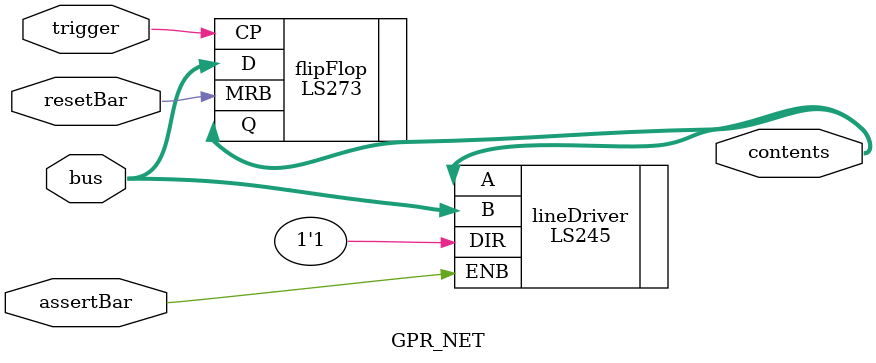
<source format=v>

module GPR_NET(input resetBar, assertBar, trigger,
               inout [7:0] bus,
               output [7:0] contents //for display on LEDs
               );

   LS273 flipFlop (.MRB(resetBar), .CP(trigger), .D(bus), .Q(contents));
   LS245 lineDriver (.ENB(assertBar), .DIR(1'b1), .A(contents), .B(bus));

endmodule

</source>
